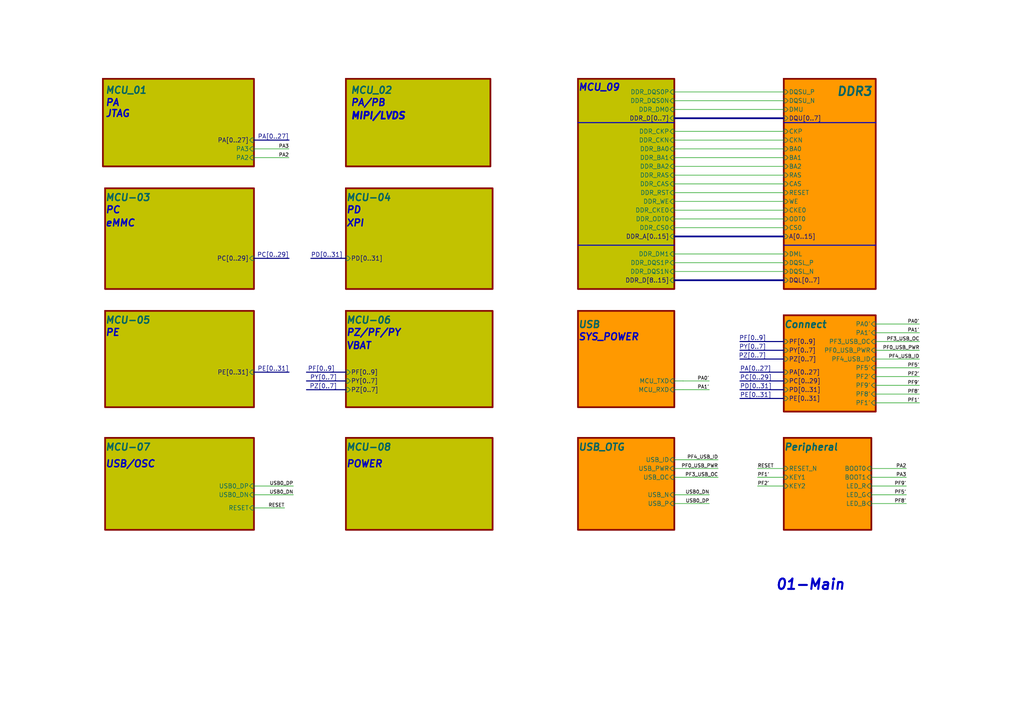
<source format=kicad_sch>
(kicad_sch (version 20230121) (generator eeschema)
  (paper "A4")
  (lib_symbols)
  (wire (pts (xy 195.58 113.03) (xy 198.12 113.03)))
  (wire (pts (xy 195.58 38.1) (xy 227.33 38.1)) (stroke (width 0.15)))
  (bus (pts (xy 195.58 68.58) (xy 227.33 68.58)) (stroke (width 0.5)))
  (bus (pts (xy 214.63 115.57) (xy 227.33 115.57)))
  (bus (pts (xy 73.66 40.64) (xy 83.82 40.64)))
  (wire (pts (xy 195.58 26.67) (xy 227.33 26.67)) (stroke (width 0.15)))
  (wire (pts (xy 195.58 146.05) (xy 205.74 146.05)))
  (wire (pts (xy 219.71 138.43) (xy 227.33 138.43)))
  (bus (pts (xy 214.63 104.14) (xy 227.33 104.14)))
  (bus (pts (xy 88.9 107.95) (xy 100.33 107.95)))
  (wire (pts (xy 219.71 140.97) (xy 227.33 140.97)))
  (bus (pts (xy 214.63 113.03) (xy 227.33 113.03)))
  (wire (pts (xy 73.66 143.51) (xy 85.09 143.51)))
  (bus (pts (xy 214.63 99.06) (xy 227.33 99.06)))
  (wire (pts (xy 219.71 135.89) (xy 227.33 135.89)))
  (wire (pts (xy 195.58 50.8) (xy 227.33 50.8)) (stroke (width 0.15)))
  (wire (pts (xy 254 114.3) (xy 266.7 114.3)))
  (wire (pts (xy 195.58 58.42) (xy 227.33 58.42)) (stroke (width 0.15)))
  (wire (pts (xy 195.58 63.5) (xy 227.33 63.5)) (stroke (width 0.15)))
  (wire (pts (xy 73.66 147.32) (xy 82.55 147.32)))
  (wire (pts (xy 198.12 110.49) (xy 205.74 110.49)) (stroke (width 0.15)))
  (wire (pts (xy 195.58 76.2) (xy 227.33 76.2)) (stroke (width 0.15)))
  (wire (pts (xy 254 99.06) (xy 266.7 99.06)))
  (wire (pts (xy 254 93.98) (xy 266.7 93.98)))
  (wire (pts (xy 252.73 138.43) (xy 262.89 138.43)) (stroke (width 0.15)))
  (bus (pts (xy 214.63 107.95) (xy 227.33 107.95)))
  (bus (pts (xy 195.58 34.29) (xy 227.33 34.29)) (stroke (width 0.5)))
  (wire (pts (xy 195.58 66.04) (xy 227.33 66.04)) (stroke (width 0.15)))
  (wire (pts (xy 195.58 78.74) (xy 227.33 78.74)) (stroke (width 0.15)))
  (wire (pts (xy 254 111.76) (xy 266.7 111.76)))
  (wire (pts (xy 73.66 43.18) (xy 83.82 43.18)) (stroke (width 0.15)))
  (bus (pts (xy 73.66 107.95) (xy 83.82 107.95)))
  (bus (pts (xy 214.63 110.49) (xy 227.33 110.49)))
  (bus (pts (xy 90.17 74.93) (xy 100.33 74.93)))
  (wire (pts (xy 254 96.52) (xy 266.7 96.52)))
  (wire (pts (xy 252.73 143.51) (xy 262.89 143.51)))
  (wire (pts (xy 195.58 29.21) (xy 227.33 29.21)) (stroke (width 0.15)))
  (wire (pts (xy 195.58 60.96) (xy 227.33 60.96)) (stroke (width 0.15)))
  (wire (pts (xy 195.58 110.49) (xy 198.12 110.49)))
  (wire (pts (xy 252.73 146.05) (xy 262.89 146.05)))
  (wire (pts (xy 195.58 133.35) (xy 208.28 133.35)))
  (wire (pts (xy 195.58 138.43) (xy 208.28 138.43)))
  (wire (pts (xy 252.73 140.97) (xy 262.89 140.97)))
  (wire (pts (xy 195.58 40.64) (xy 227.33 40.64)) (stroke (width 0.15)))
  (bus (pts (xy 195.58 81.28) (xy 227.33 81.28)) (stroke (width 0.5)))
  (wire (pts (xy 195.58 43.18) (xy 227.33 43.18)) (stroke (width 0.15)))
  (wire (pts (xy 254 104.14) (xy 266.7 104.14)))
  (wire (pts (xy 195.58 48.26) (xy 227.33 48.26)) (stroke (width 0.15)))
  (wire (pts (xy 254 109.22) (xy 266.7 109.22)))
  (wire (pts (xy 195.58 135.89) (xy 208.28 135.89)))
  (wire (pts (xy 195.58 45.72) (xy 227.33 45.72)) (stroke (width 0.15)))
  (bus (pts (xy 88.9 110.49) (xy 100.33 110.49)))
  (polyline (pts (xy 227.33 71.12) (xy 254 71.12)) (stroke (width 0.3)))
  (wire (pts (xy 73.66 140.97) (xy 85.09 140.97)))
  (wire (pts (xy 195.58 73.66) (xy 227.33 73.66)) (stroke (width 0.15)))
  (bus (pts (xy 73.66 74.93) (xy 83.82 74.93)))
  (wire (pts (xy 195.58 143.51) (xy 205.74 143.51)))
  (polyline (pts (xy 227.33 35.56) (xy 254 35.56)) (stroke (width 0.3)))
  (wire (pts (xy 195.58 31.75) (xy 227.33 31.75)) (stroke (width 0.15)))
  (wire (pts (xy 195.58 53.34) (xy 227.33 53.34)) (stroke (width 0.15)))
  (wire (pts (xy 195.58 55.88) (xy 227.33 55.88)) (stroke (width 0.15)))
  (polyline (pts (xy 167.64 71.12) (xy 195.58 71.12)) (stroke (width 0.3)))
  (wire (pts (xy 198.12 113.03) (xy 205.74 113.03)) (stroke (width 0.15)))
  (polyline (pts (xy 167.64 35.56) (xy 195.58 35.56)) (stroke (width 0.3)))
  (wire (pts (xy 254 106.68) (xy 266.7 106.68)))
  (wire (pts (xy 254 116.84) (xy 266.7 116.84)))
  (bus (pts (xy 214.63 101.6) (xy 227.33 101.6)))
  (wire (pts (xy 73.66 45.72) (xy 83.82 45.72)) (stroke (width 0.15)))
  (bus (pts (xy 88.9 113.03) (xy 100.33 113.03)))
  (wire (pts (xy 254 101.6) (xy 266.7 101.6)))
  (wire (pts (xy 252.73 135.89) (xy 262.89 135.89)) (stroke (width 0.15)))
  (text "POWER" (at 100.33 135.89 0) (effects (font (size 2 2) (thickness 0.4) bold italic) (justify left bottom)))
  (text "PE" (at 30.48 97.79 0) (effects (font (size 2 2) (thickness 0.4) bold italic) (justify left bottom)))
  (text "eMMC\n" (at 30.48 66.04 0) (effects (font (size 2 2) (thickness 0.4) bold italic) (justify left bottom)))
  (text "MIPI/LVDS" (at 101.6 34.925 0) (effects (font (size 2 2) (thickness 0.6) bold italic) (justify left bottom)))
  (text "SYS_POWER" (at 167.64 99.06 0) (effects (font (size 2 2) (thickness 0.4) bold italic) (justify left bottom)))
  (text "PC" (at 30.48 62.23 0) (effects (font (size 2 2) (thickness 0.4) bold italic) (justify left bottom)))
  (text "XPI" (at 100.33 66.04 0) (effects (font (size 2 2) (thickness 0.4) bold italic) (justify left bottom)))
  (text "PZ/PF/PY" (at 100.33 97.79 0) (effects (font (size 2 2) (thickness 0.4) bold italic) (justify left bottom)))
  (text "PA" (at 30.48 31.115 0) (effects (font (size 2 2) (thickness 0.4) bold italic) (justify left bottom)))
  (text "PD" (at 100.33 62.23 0) (effects (font (size 2 2) (thickness 0.4) bold italic) (justify left bottom)))
  (text "MCU_09" (at 167.64 26.67 0) (effects (font (size 2 2) (thickness 0.4) bold italic) (justify left bottom)))
  (text "01-Main" (at 224.79 171.45 0) (effects (font (size 3 3) (thickness 0.6) bold italic) (justify left bottom)))
  (text "USB/OSC" (at 30.48 135.89 0) (effects (font (size 2 2) (thickness 0.4) bold italic) (justify left bottom)))
  (text "JTAG" (at 30.48 34.29 0) (effects (font (size 2 2) (thickness 0.4) bold italic) (justify left bottom)))
  (text "PA/PB" (at 101.6 31.115 0) (effects (font (size 2 2) (thickness 0.4) bold italic) (justify left bottom)))
  (text "VBAT\n" (at 100.33 101.6 0) (effects (font (size 2 2) (thickness 0.4) bold italic) (justify left bottom)))
  (label "PA[0..27]" (at 83.82 40.64 180))
  (label "PF0_USB_PWR" (at 266.7 101.6 180) (effects (font (size 1 1))) (property "Intersheetrefs" "${INTERSHEET_REFS}" (effects hide)))
  (label "PF1'" (at 219.71 138.43 0) (effects (font (size 1 1))) (property "Intersheetrefs" "${INTERSHEET_REFS}" (effects hide)))
  (label "PF[0..9]" (at 97.155 107.95 180))
  (label "USB0_DP" (at 85.09 140.97 180) (effects (font (size 1 1))))
  (label "PF5'" (at 266.7 106.68 180) (effects (font (size 1 1))) (property "Intersheetrefs" "${INTERSHEET_REFS}" (effects hide)))
  (label "PF2'" (at 219.71 140.97 0) (effects (font (size 1 1))) (property "Intersheetrefs" "${INTERSHEET_REFS}" (effects hide)))
  (label "PF9'" (at 262.89 140.97 180) (effects (font (size 1 1))) (property "Intersheetrefs" "${INTERSHEET_REFS}" (effects hide)))
  (label "USB0_DN" (at 205.74 143.51 180) (effects (font (size 1 1))))
  (label "PF1'" (at 266.7 116.84 180) (effects (font (size 1 1))) (property "Intersheetrefs" "${INTERSHEET_REFS}" (effects hide)))
  (label "RESET" (at 82.55 147.32 180) (effects (font (size 1 1))))
  (label "PA1'" (at 266.7 96.52 180) (effects (font (size 1 1))) (property "Intersheetrefs" "${INTERSHEET_REFS}" (effects hide)))
  (label "PE[0..31]" (at 83.82 107.95 180))
  (label "PZ[0..7]" (at 222.25 104.14 180))
  (label "USB0_DP" (at 205.74 146.05 180) (effects (font (size 1 1))))
  (label "PY[0..7]" (at 97.79 110.49 180))
  (label "PF2'" (at 266.7 109.22 180) (effects (font (size 1 1))) (property "Intersheetrefs" "${INTERSHEET_REFS}" (effects hide)))
  (label "PF0_USB_PWR" (at 208.28 135.89 180) (effects (font (size 1 1))) (property "Intersheetrefs" "${INTERSHEET_REFS}" (effects hide)))
  (label "PF5'" (at 262.89 143.51 180) (effects (font (size 1 1))) (property "Intersheetrefs" "${INTERSHEET_REFS}" (effects hide)))
  (label "PA3" (at 83.82 43.18 180) (effects (font (size 1 1))))
  (label "PF8'" (at 262.89 146.05 180) (effects (font (size 1 1))) (property "Intersheetrefs" "${INTERSHEET_REFS}" (effects hide)))
  (label "PA2" (at 262.89 135.89 180) (effects (font (size 1 1))))
  (label "PA[0..27]" (at 214.63 107.95 0))
  (label "PF8'" (at 266.7 114.3 180) (effects (font (size 1 1))) (property "Intersheetrefs" "${INTERSHEET_REFS}" (effects hide)))
  (label "USB0_DN" (at 85.09 143.51 180) (effects (font (size 1 1))))
  (label "PD[0..31]" (at 214.63 113.03 0))
  (label "PA0'" (at 205.74 110.49 180) (effects (font (size 1 1))) (property "Intersheetrefs" "${INTERSHEET_REFS}" (effects hide)))
  (label "PF4_USB_ID" (at 208.28 133.35 180) (effects (font (size 1 1))) (property "Intersheetrefs" "${INTERSHEET_REFS}" (effects hide)))
  (label "PF4_USB_ID" (at 266.7 104.14 180) (effects (font (size 1 1))) (property "Intersheetrefs" "${INTERSHEET_REFS}" (effects hide)))
  (label "PE[0..31]" (at 214.63 115.57 0))
  (label "RESET" (at 219.71 135.89 0) (effects (font (size 1 1))))
  (label "PY[0..7]" (at 222.25 101.6 180))
  (label "PZ[0..7]" (at 97.79 113.03 180))
  (label "PC[0..29]" (at 214.63 110.49 0))
  (label "PF9'" (at 266.7 111.76 180) (effects (font (size 1 1))) (property "Intersheetrefs" "${INTERSHEET_REFS}" (effects hide)))
  (label "PF3_USB_OC" (at 208.28 138.43 180) (effects (font (size 1 1))) (property "Intersheetrefs" "${INTERSHEET_REFS}" (effects hide)))
  (label "PD[0..31]" (at 90.17 74.93 0))
  (label "PA3" (at 262.89 138.43 180) (effects (font (size 1 1))))
  (label "PA0'" (at 266.7 93.98 180) (effects (font (size 1 1))) (property "Intersheetrefs" "${INTERSHEET_REFS}" (effects hide)))
  (label "PC[0..29]" (at 83.82 74.93 180))
  (label "PF[0..9]" (at 222.25 99.06 180))
  (label "PA2" (at 83.82 45.72 180) (effects (font (size 1 1))))
  (label "PA1'" (at 205.74 113.03 180) (effects (font (size 1 1))) (property "Intersheetrefs" "${INTERSHEET_REFS}" (effects hide)))
  (label "PF3_USB_OC" (at 266.7 99.06 180) (effects (font (size 1 1))) (property "Intersheetrefs" "${INTERSHEET_REFS}" (effects hide)))
  (sheet (at 30.48 54.61) (size 43.18 29.21) (stroke (width 0.5)) (fill (color 194 194 0 1.0000))
    (property "Sheetname" "MCU-03" (at 30.48 58.42 0) (effects (font (size 2 2) bold italic) (justify left bottom)))
    (property "Sheetfile" "MCU-03.kicad_sch" (at 30.48 84.0704 0) (effects (font (size 0 0)) (justify left top)))
    (pin "PC[0..29]" input (at 73.66 74.93 0))
  )
  (sheet (at 100.33 127) (size 42.545 26.67) (stroke (width 0.5)) (fill (color 194 194 0 1.0000))
    (property "Sheetname" "MCU-08" (at 100.33 130.81 0) (effects (font (size 2 2) bold italic) (justify left bottom)))
    (property "Sheetfile" "MCU-08.kicad_sch" (effects hide))
  )
  (sheet (at 167.64 90.17) (size 27.94 27.94) (stroke (width 0.5)) (fill (color 255 153 0 1.0000))
    (property "Sheetname" "USB" (at 167.64 95.25 0) (effects (font (size 2 2) bold italic) (justify left bottom)))
    (property "Sheetfile" "USB.kicad_sch" (effects hide))
    (pin "MCU_TXD" input (at 195.58 110.49 0))
    (pin "MCU_RXD" input (at 195.58 113.03 0))
  )
  (sheet (at 100.33 22.86) (size 41.91 25.4) (stroke (width 0.5)) (fill (color 194 194 0 1.0000))
    (property "Sheetname" "MCU_02" (at 101.6 27.305 0) (effects (font (size 2 2) bold italic) (justify left bottom)))
    (property "Sheetfile" "MCU_02.kicad_sch" (effects hide))
  )
  (sheet (at 100.33 90.17) (size 42.545 27.94) (stroke (width 0.5)) (fill (color 194 194 0 1.0000))
    (property "Sheetname" "MCU-06" (at 100.33 93.98 0) (effects (font (size 2 2) bold italic) (justify left bottom)))
    (property "Sheetfile" "MCU-06.kicad_sch" (effects hide))
    (pin "PY[0..7]" input (at 100.33 110.49 180))
    (pin "PF[0..9]" input (at 100.33 107.95 180))
    (pin "PZ[0..7]" input (at 100.33 113.03 180))
  )
  (sheet (at 227.33 127) (size 25.4 26.67) (stroke (width 0.5)) (fill (color 255 153 0 1.0000))
    (property "Sheetname" "Peripheral" (at 227.33 130.81 0) (effects (font (size 2 2) bold italic) (justify left bottom)))
    (property "Sheetfile" "peripheral.kicad_sch" (effects hide))
    (pin "RESET_N" input (at 227.33 135.89 180))
    (pin "BOOT0" input (at 252.73 135.89 0))
    (pin "BOOT1" input (at 252.73 138.43 0))
    (pin "LED_G" input (at 252.73 143.51 0))
    (pin "LED_B" input (at 252.73 146.05 0))
    (pin "LED_R" input (at 252.73 140.97 0))
    (pin "KEY1" input (at 227.33 138.43 180))
    (pin "KEY2" input (at 227.33 140.97 180))
  )
  (sheet (at 29.845 22.86) (size 43.815 25.4) (stroke (width 0.5)) (fill (color 194 194 0 1.0000))
    (property "Sheetname" "MCU_01" (at 30.48 27.305 0) (effects (font (size 2 2) bold italic) (justify left bottom)))
    (property "Sheetfile" "MCU_01.kicad_sch" (effects hide))
    (pin "PA3" input (at 73.66 43.18 0))
    (pin "PA2" input (at 73.66 45.72 0))
    (pin "PA[0..27]" input (at 73.66 40.64 0))
  )
  (sheet (at 30.48 90.17) (size 43.18 27.94) (stroke (width 0.5)) (fill (color 194 194 0 1.0000))
    (property "Sheetname" "MCU-05" (at 30.48 93.98 0) (effects (font (size 2 2) bold italic) (justify left bottom)))
    (property "Sheetfile" "MCU-05.kicad_sch" (effects hide))
    (pin "PE[0..31]" input (at 73.66 107.95 0))
  )
  (sheet (at 167.64 22.86) (size 27.94 60.96) (stroke (width 0.5)) (fill (color 194 194 0 1.0000))
    (property "Sheetname" "IO" (effects hide))
    (property "Sheetfile" "IO.kicad_sch" (effects hide))
    (pin "DDR_CKE0" input (at 195.58 60.96 0))
    (pin "DDR_CKN" input (at 195.58 40.64 0))
    (pin "DDR_CKP" input (at 195.58 38.1 0))
    (pin "DDR_BA2" input (at 195.58 48.26 0))
    (pin "DDR_RST" input (at 195.58 55.88 0))
    (pin "DDR_BA1" input (at 195.58 45.72 0))
    (pin "DDR_BA0" input (at 195.58 43.18 0))
    (pin "DDR_WE" input (at 195.58 58.42 0))
    (pin "DDR_DQS1P" input (at 195.58 76.2 0))
    (pin "DDR_DQS0N" input (at 195.58 29.21 0))
    (pin "DDR_DQS0P" input (at 195.58 26.67 0))
    (pin "DDR_ODT0" input (at 195.58 63.5 0))
    (pin "DDR_DQS1N" input (at 195.58 78.74 0))
    (pin "DDR_RAS" input (at 195.58 50.8 0))
    (pin "DDR_CAS" input (at 195.58 53.34 0))
    (pin "DDR_CS0" input (at 195.58 66.04 0))
    (pin "DDR_DM1" input (at 195.58 73.66 0))
    (pin "DDR_DM0" input (at 195.58 31.75 0))
    (pin "DDR_A[0..15]" input (at 195.58 68.58 0))
    (pin "DDR_D[0..7]" input (at 195.58 34.29 0))
    (pin "DDR_D[8..15]" input (at 195.58 81.28 0))
  )
  (sheet (at 100.33 54.61) (size 42.545 29.21) (stroke (width 0.5)) (fill (color 194 194 0 1.0000))
    (property "Sheetname" "MCU-04" (at 100.33 58.42 0) (effects (font (size 2 2) bold italic) (justify left bottom)))
    (property "Sheetfile" "MCU-04.kicad_sch" (effects hide))
    (pin "PD[0..31]" input (at 100.33 74.93 180))
  )
  (sheet (at 227.33 22.86) (size 26.67 60.96) (stroke (width 0.5)) (fill (color 255 153 0 1.0000))
    (property "Sheetname" "DDR3" (at 242.57 27.94 0) (effects (font (size 2.5 2.5) bold italic) (justify left bottom)))
    (property "Sheetfile" "DDR3.kicad_sch" (effects hide))
    (pin "CAS" input (at 227.33 53.34 180))
    (pin "RAS" input (at 227.33 50.8 180))
    (pin "CKE0" input (at 227.33 60.96 180))
    (pin "CS0" input (at 227.33 66.04 180))
    (pin "CKP" input (at 227.33 38.1 180))
    (pin "WE" input (at 227.33 58.42 180))
    (pin "CKN" input (at 227.33 40.64 180))
    (pin "ODT0" input (at 227.33 63.5 180))
    (pin "DQSU_P" input (at 227.33 26.67 180))
    (pin "DQSU_N" input (at 227.33 29.21 180))
    (pin "BA2" input (at 227.33 48.26 180))
    (pin "BA0" input (at 227.33 43.18 180))
    (pin "BA1" input (at 227.33 45.72 180))
    (pin "DQSL_N" input (at 227.33 78.74 180))
    (pin "DQSL_P" input (at 227.33 76.2 180))
    (pin "A[0..15]" input (at 227.33 68.58 180))
    (pin "DQU[0..7]" input (at 227.33 34.29 180))
    (pin "DQL[0..7]" input (at 227.33 81.28 180))
    (pin "RESET" input (at 227.33 55.88 180))
    (pin "DML" input (at 227.33 73.66 180))
    (pin "DMU" input (at 227.33 31.75 180))
  )
  (sheet (at 227.33 91.44) (size 26.67 27.94) (stroke (width 0.5)) (fill (color 255 153 0 1.0000))
    (property "Sheetname" "Connect" (at 227.33 95.25 0) (effects (font (size 2 2) bold italic) (justify left bottom)))
    (property "Sheetfile" "Connect.kicad_sch" (effects hide))
    (pin "PC[0..29]" input (at 227.33 110.49 180))
    (pin "PD[0..31]" input (at 227.33 113.03 180))
    (pin "PE[0..31]" input (at 227.33 115.57 180))
    (pin "PF[0..9]" input (at 227.33 99.06 180))
    (pin "PZ[0..7]" input (at 227.33 104.14 180))
    (pin "PY[0..7]" input (at 227.33 101.6 180))
    (pin "PF5'" input (at 254 106.68 0))
    (pin "PF2'" input (at 254 109.22 0))
    (pin "PF1'" input (at 254 116.84 0))
    (pin "PF4_USB_ID" input (at 254 104.14 0))
    (pin "PF0_USB_PWR" input (at 254 101.6 0))
    (pin "PF3_USB_OC" input (at 254 99.06 0))
    (pin "PF8'" input (at 254 114.3 0))
    (pin "PF9'" input (at 254 111.76 0))
    (pin "PA0'" input (at 254 93.98 0))
    (pin "PA1'" input (at 254 96.52 0))
    (pin "PA[0..27]" input (at 227.33 107.95 180))
  )
  (sheet (at 30.48 127) (size 43.18 26.67) (stroke (width 0.5)) (fill (color 194 194 0 1.0000))
    (property "Sheetname" "MCU-07" (at 30.48 130.81 0) (effects (font (size 2 2) bold italic) (justify left bottom)))
    (property "Sheetfile" "MCU-07.kicad_sch" (effects hide))
    (pin "USB0_DP" input (at 73.66 140.97 0))
    (pin "RESET" input (at 73.66 147.32 0))
    (pin "USB0_DN" input (at 73.66 143.51 0))
  )
  (sheet (at 167.64 127) (size 27.94 26.67) (stroke (width 0.5)) (fill (color 255 153 0 1.0000))
    (property "Sheetname" "USB_OTG" (at 167.64 130.81 0) (effects (font (size 2 2) bold italic) (justify left bottom)))
    (property "Sheetfile" "USB_OTG.kicad_sch" (effects hide))
    (pin "USB_ID" input (at 195.58 133.35 0))
    (pin "USB_PWR" input (at 195.58 135.89 0))
    (pin "USB_OC" input (at 195.58 138.43 0))
    (pin "USB_N" input (at 195.58 143.51 0))
    (pin "USB_P" input (at 195.58 146.05 0))
  )
)
</source>
